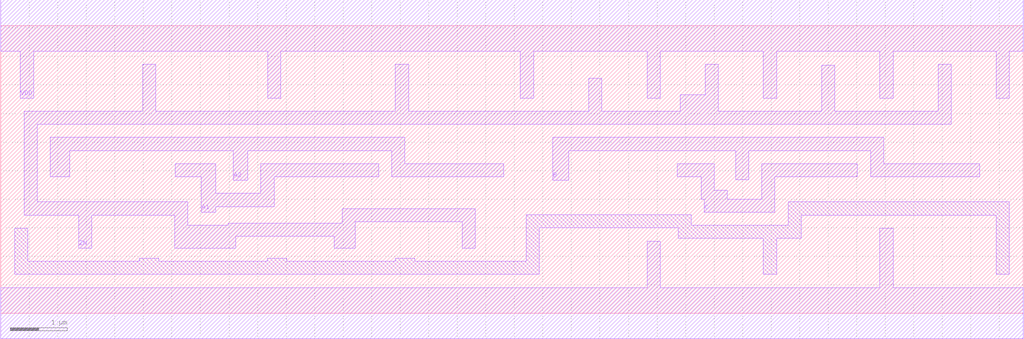
<source format=lef>
# Copyright 2022 GlobalFoundries PDK Authors
#
# Licensed under the Apache License, Version 2.0 (the "License");
# you may not use this file except in compliance with the License.
# You may obtain a copy of the License at
#
#      http://www.apache.org/licenses/LICENSE-2.0
#
# Unless required by applicable law or agreed to in writing, software
# distributed under the License is distributed on an "AS IS" BASIS,
# WITHOUT WARRANTIES OR CONDITIONS OF ANY KIND, either express or implied.
# See the License for the specific language governing permissions and
# limitations under the License.

MACRO gf180mcu_fd_sc_mcu9t5v0__oai211_4
  CLASS core ;
  FOREIGN gf180mcu_fd_sc_mcu9t5v0__oai211_4 0.0 0.0 ;
  ORIGIN 0 0 ;
  SYMMETRY X Y ;
  SITE GF018hv5v_green_sc9 ;
  SIZE 17.92 BY 5.04 ;
  PIN A1
    DIRECTION INPUT ;
    ANTENNAGATEAREA 6.828 ;
    PORT
      LAYER METAL1 ;
        POLYGON 3.06 2.39 3.51 2.39 3.51 1.77 3.77 1.77 3.77 1.87 4.79 1.87 4.79 2.39 6.62 2.39 6.62 2.62 4.56 2.62 4.56 2.1 3.77 2.1 3.77 2.62 3.06 2.62  ;
    END
  END A1
  PIN A2
    DIRECTION INPUT ;
    ANTENNAGATEAREA 6.828 ;
    PORT
      LAYER METAL1 ;
        POLYGON 0.87 2.39 1.21 2.39 1.21 2.85 4.07 2.85 4.07 2.33 4.33 2.33 4.33 2.85 6.85 2.85 6.85 2.39 8.81 2.39 8.81 2.62 7.08 2.62 7.08 3.08 0.87 3.08  ;
    END
  END A2
  PIN B
    DIRECTION INPUT ;
    ANTENNAGATEAREA 6.088 ;
    PORT
      LAYER METAL1 ;
        POLYGON 9.67 2.33 9.955 2.33 9.955 2.85 12.875 2.85 12.875 2.335 13.105 2.335 13.105 2.85 15.24 2.85 15.24 2.39 17.15 2.39 17.15 2.62 15.47 2.62 15.47 3.08 9.67 3.08  ;
    END
  END B
  PIN C
    DIRECTION INPUT ;
    ANTENNAGATEAREA 6.088 ;
    PORT
      LAYER METAL1 ;
        POLYGON 11.85 2.39 12.27 2.39 12.27 2 12.33 2 12.33 1.77 13.565 1.77 13.565 2.39 15.01 2.39 15.01 2.62 13.335 2.62 13.335 2 12.73 2 12.73 2.155 12.5 2.155 12.5 2.62 11.85 2.62  ;
    END
  END C
  PIN ZN
    DIRECTION OUTPUT ;
    ANTENNADIFFAREA 7.9601 ;
    PORT
      LAYER METAL1 ;
        POLYGON 0.64 3.31 16.655 3.31 16.655 4.36 16.425 4.36 16.425 3.54 14.615 3.54 14.615 4.345 14.385 4.345 14.385 3.54 12.575 3.54 12.575 4.36 12.345 4.36 12.345 3.83 11.91 3.83 11.91 3.54 10.535 3.54 10.535 4.12 10.305 4.12 10.305 3.54 7.145 3.54 7.145 4.36 6.915 4.36 6.915 3.54 2.715 3.54 2.715 4.36 2.485 4.36 2.485 3.54 0.41 3.54 0.41 1.72 1.365 1.72 1.365 1.14 1.595 1.14 1.595 1.72 3.05 1.72 3.05 1.14 4.12 1.14 4.12 1.35 5.845 1.35 5.845 1.14 6.21 1.14 6.21 1.6 8.085 1.6 8.085 1.14 8.315 1.14 8.315 1.83 5.98 1.83 5.98 1.58 3.99 1.58 3.99 1.54 3.28 1.54 3.28 1.95 0.64 1.95  ;
    END
  END ZN
  PIN VDD
    DIRECTION INOUT ;
    USE power ;
    SHAPE ABUTMENT ;
    PORT
      LAYER METAL1 ;
        POLYGON 0 4.59 0.345 4.59 0.345 3.77 0.575 3.77 0.575 4.59 4.675 4.59 4.675 3.77 4.905 3.77 4.905 4.59 9.105 4.59 9.105 3.77 9.335 3.77 9.335 4.59 11.325 4.59 11.325 3.77 11.555 3.77 11.555 4.59 13.365 4.59 13.365 3.77 13.595 3.77 13.595 4.59 15.405 4.59 15.405 3.77 15.635 3.77 15.635 4.59 17.445 4.59 17.445 3.77 17.675 3.77 17.675 4.59 17.92 4.59 17.92 5.49 17.675 5.49 0 5.49  ;
    END
  END VDD
  PIN VSS
    DIRECTION INOUT ;
    USE ground ;
    SHAPE ABUTMENT ;
    PORT
      LAYER METAL1 ;
        POLYGON 0 -0.45 17.92 -0.45 17.92 0.45 15.635 0.45 15.635 1.49 15.405 1.49 15.405 0.45 11.555 0.45 11.555 1.265 11.325 1.265 11.325 0.45 0 0.45  ;
    END
  END VSS
  OBS
      LAYER METAL1 ;
        POLYGON 0.245 0.68 9.435 0.68 9.435 1.495 11.87 1.495 11.87 1.31 13.365 1.31 13.365 0.68 13.595 0.68 13.595 1.31 14.025 1.31 14.025 1.72 17.445 1.72 17.445 0.68 17.675 0.68 17.675 1.95 13.795 1.95 13.795 1.54 12.1 1.54 12.1 1.725 9.205 1.725 9.205 0.91 7.25 0.91 7.25 0.965 6.91 0.965 6.91 0.91 5.01 0.91 5.01 0.965 4.67 0.965 4.67 0.91 2.77 0.91 2.77 0.965 2.43 0.965 2.43 0.91 0.475 0.91 0.475 1.49 0.245 1.49  ;
  END
END gf180mcu_fd_sc_mcu9t5v0__oai211_4

</source>
